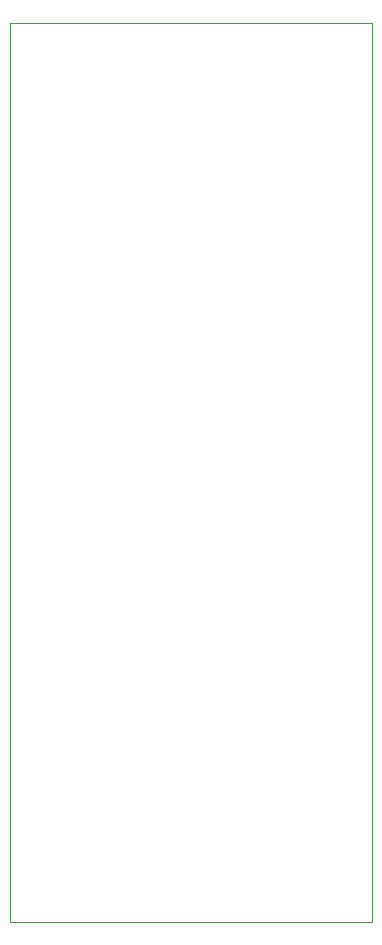
<source format=gm1>
%TF.GenerationSoftware,KiCad,Pcbnew,8.0.7-8.0.7-0~ubuntu22.04.1*%
%TF.CreationDate,2024-12-23T11:54:55+01:00*%
%TF.ProjectId,repeater_v2,72657065-6174-4657-925f-76322e6b6963,rev?*%
%TF.SameCoordinates,Original*%
%TF.FileFunction,Profile,NP*%
%FSLAX46Y46*%
G04 Gerber Fmt 4.6, Leading zero omitted, Abs format (unit mm)*
G04 Created by KiCad (PCBNEW 8.0.7-8.0.7-0~ubuntu22.04.1) date 2024-12-23 11:54:55*
%MOMM*%
%LPD*%
G01*
G04 APERTURE LIST*
%TA.AperFunction,Profile*%
%ADD10C,0.100000*%
%TD*%
G04 APERTURE END LIST*
D10*
X36341231Y-25280769D02*
X67041231Y-25280769D01*
X67041231Y-101408033D01*
X36341231Y-101408033D01*
X36341231Y-25280769D01*
M02*

</source>
